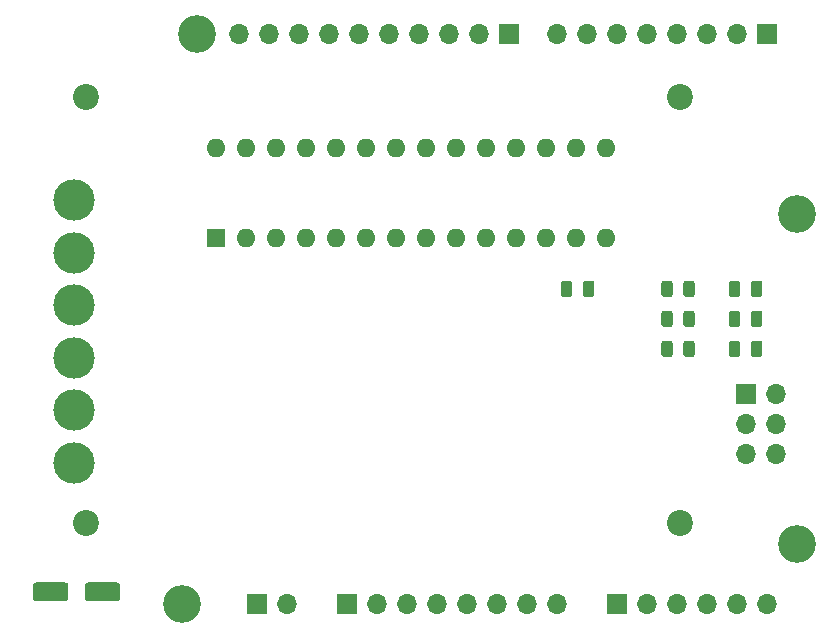
<source format=gbr>
%TF.GenerationSoftware,KiCad,Pcbnew,(5.1.9-0-10_14)*%
%TF.CreationDate,2021-02-13T17:17:21+01:00*%
%TF.ProjectId,Arduino Uno ISP Shield,41726475-696e-46f2-9055-6e6f20495350,rev?*%
%TF.SameCoordinates,Original*%
%TF.FileFunction,Soldermask,Top*%
%TF.FilePolarity,Negative*%
%FSLAX46Y46*%
G04 Gerber Fmt 4.6, Leading zero omitted, Abs format (unit mm)*
G04 Created by KiCad (PCBNEW (5.1.9-0-10_14)) date 2021-02-13 17:17:21*
%MOMM*%
%LPD*%
G01*
G04 APERTURE LIST*
%ADD10O,1.600000X1.600000*%
%ADD11R,1.600000X1.600000*%
%ADD12C,3.500120*%
%ADD13O,1.700000X1.700000*%
%ADD14R,1.700000X1.700000*%
%ADD15C,3.200000*%
%ADD16C,2.200000*%
G04 APERTURE END LIST*
%TO.C,R3*%
G36*
G01*
X158057000Y-98246250D02*
X158057000Y-97333750D01*
G75*
G02*
X158300750Y-97090000I243750J0D01*
G01*
X158788250Y-97090000D01*
G75*
G02*
X159032000Y-97333750I0J-243750D01*
G01*
X159032000Y-98246250D01*
G75*
G02*
X158788250Y-98490000I-243750J0D01*
G01*
X158300750Y-98490000D01*
G75*
G02*
X158057000Y-98246250I0J243750D01*
G01*
G37*
G36*
G01*
X156182000Y-98246250D02*
X156182000Y-97333750D01*
G75*
G02*
X156425750Y-97090000I243750J0D01*
G01*
X156913250Y-97090000D01*
G75*
G02*
X157157000Y-97333750I0J-243750D01*
G01*
X157157000Y-98246250D01*
G75*
G02*
X156913250Y-98490000I-243750J0D01*
G01*
X156425750Y-98490000D01*
G75*
G02*
X156182000Y-98246250I0J243750D01*
G01*
G37*
%TD*%
%TO.C,R2*%
G36*
G01*
X158057000Y-100786250D02*
X158057000Y-99873750D01*
G75*
G02*
X158300750Y-99630000I243750J0D01*
G01*
X158788250Y-99630000D01*
G75*
G02*
X159032000Y-99873750I0J-243750D01*
G01*
X159032000Y-100786250D01*
G75*
G02*
X158788250Y-101030000I-243750J0D01*
G01*
X158300750Y-101030000D01*
G75*
G02*
X158057000Y-100786250I0J243750D01*
G01*
G37*
G36*
G01*
X156182000Y-100786250D02*
X156182000Y-99873750D01*
G75*
G02*
X156425750Y-99630000I243750J0D01*
G01*
X156913250Y-99630000D01*
G75*
G02*
X157157000Y-99873750I0J-243750D01*
G01*
X157157000Y-100786250D01*
G75*
G02*
X156913250Y-101030000I-243750J0D01*
G01*
X156425750Y-101030000D01*
G75*
G02*
X156182000Y-100786250I0J243750D01*
G01*
G37*
%TD*%
%TO.C,R1*%
G36*
G01*
X158057000Y-103326250D02*
X158057000Y-102413750D01*
G75*
G02*
X158300750Y-102170000I243750J0D01*
G01*
X158788250Y-102170000D01*
G75*
G02*
X159032000Y-102413750I0J-243750D01*
G01*
X159032000Y-103326250D01*
G75*
G02*
X158788250Y-103570000I-243750J0D01*
G01*
X158300750Y-103570000D01*
G75*
G02*
X158057000Y-103326250I0J243750D01*
G01*
G37*
G36*
G01*
X156182000Y-103326250D02*
X156182000Y-102413750D01*
G75*
G02*
X156425750Y-102170000I243750J0D01*
G01*
X156913250Y-102170000D01*
G75*
G02*
X157157000Y-102413750I0J-243750D01*
G01*
X157157000Y-103326250D01*
G75*
G02*
X156913250Y-103570000I-243750J0D01*
G01*
X156425750Y-103570000D01*
G75*
G02*
X156182000Y-103326250I0J243750D01*
G01*
G37*
%TD*%
%TO.C,D3*%
G36*
G01*
X162872000Y-97333750D02*
X162872000Y-98246250D01*
G75*
G02*
X162628250Y-98490000I-243750J0D01*
G01*
X162140750Y-98490000D01*
G75*
G02*
X161897000Y-98246250I0J243750D01*
G01*
X161897000Y-97333750D01*
G75*
G02*
X162140750Y-97090000I243750J0D01*
G01*
X162628250Y-97090000D01*
G75*
G02*
X162872000Y-97333750I0J-243750D01*
G01*
G37*
G36*
G01*
X164747000Y-97333750D02*
X164747000Y-98246250D01*
G75*
G02*
X164503250Y-98490000I-243750J0D01*
G01*
X164015750Y-98490000D01*
G75*
G02*
X163772000Y-98246250I0J243750D01*
G01*
X163772000Y-97333750D01*
G75*
G02*
X164015750Y-97090000I243750J0D01*
G01*
X164503250Y-97090000D01*
G75*
G02*
X164747000Y-97333750I0J-243750D01*
G01*
G37*
%TD*%
%TO.C,D2*%
G36*
G01*
X162872000Y-99873750D02*
X162872000Y-100786250D01*
G75*
G02*
X162628250Y-101030000I-243750J0D01*
G01*
X162140750Y-101030000D01*
G75*
G02*
X161897000Y-100786250I0J243750D01*
G01*
X161897000Y-99873750D01*
G75*
G02*
X162140750Y-99630000I243750J0D01*
G01*
X162628250Y-99630000D01*
G75*
G02*
X162872000Y-99873750I0J-243750D01*
G01*
G37*
G36*
G01*
X164747000Y-99873750D02*
X164747000Y-100786250D01*
G75*
G02*
X164503250Y-101030000I-243750J0D01*
G01*
X164015750Y-101030000D01*
G75*
G02*
X163772000Y-100786250I0J243750D01*
G01*
X163772000Y-99873750D01*
G75*
G02*
X164015750Y-99630000I243750J0D01*
G01*
X164503250Y-99630000D01*
G75*
G02*
X164747000Y-99873750I0J-243750D01*
G01*
G37*
%TD*%
%TO.C,D1*%
G36*
G01*
X162872000Y-102413750D02*
X162872000Y-103326250D01*
G75*
G02*
X162628250Y-103570000I-243750J0D01*
G01*
X162140750Y-103570000D01*
G75*
G02*
X161897000Y-103326250I0J243750D01*
G01*
X161897000Y-102413750D01*
G75*
G02*
X162140750Y-102170000I243750J0D01*
G01*
X162628250Y-102170000D01*
G75*
G02*
X162872000Y-102413750I0J-243750D01*
G01*
G37*
G36*
G01*
X164747000Y-102413750D02*
X164747000Y-103326250D01*
G75*
G02*
X164503250Y-103570000I-243750J0D01*
G01*
X164015750Y-103570000D01*
G75*
G02*
X163772000Y-103326250I0J243750D01*
G01*
X163772000Y-102413750D01*
G75*
G02*
X164015750Y-102170000I243750J0D01*
G01*
X164503250Y-102170000D01*
G75*
G02*
X164747000Y-102413750I0J-243750D01*
G01*
G37*
%TD*%
D10*
%TO.C,U1*%
X118491000Y-85852000D03*
X151511000Y-93472000D03*
X121031000Y-85852000D03*
X148971000Y-93472000D03*
X123571000Y-85852000D03*
X146431000Y-93472000D03*
X126111000Y-85852000D03*
X143891000Y-93472000D03*
X128651000Y-85852000D03*
X141351000Y-93472000D03*
X131191000Y-85852000D03*
X138811000Y-93472000D03*
X133731000Y-85852000D03*
X136271000Y-93472000D03*
X136271000Y-85852000D03*
X133731000Y-93472000D03*
X138811000Y-85852000D03*
X131191000Y-93472000D03*
X141351000Y-85852000D03*
X128651000Y-93472000D03*
X143891000Y-85852000D03*
X126111000Y-93472000D03*
X146431000Y-85852000D03*
X123571000Y-93472000D03*
X148971000Y-85852000D03*
X121031000Y-93472000D03*
X151511000Y-85852000D03*
D11*
X118491000Y-93472000D03*
%TD*%
D12*
%TO.C,J10*%
X106426000Y-90297000D03*
%TD*%
%TO.C,J9*%
X106426000Y-94742000D03*
%TD*%
%TO.C,J8*%
X106426000Y-99187000D03*
%TD*%
%TO.C,J7*%
X106426000Y-103632000D03*
%TD*%
%TO.C,J6*%
X106426000Y-108077000D03*
%TD*%
%TO.C,J5*%
X106426000Y-112522000D03*
%TD*%
%TO.C,C2*%
G36*
G01*
X149548000Y-98246250D02*
X149548000Y-97333750D01*
G75*
G02*
X149791750Y-97090000I243750J0D01*
G01*
X150279250Y-97090000D01*
G75*
G02*
X150523000Y-97333750I0J-243750D01*
G01*
X150523000Y-98246250D01*
G75*
G02*
X150279250Y-98490000I-243750J0D01*
G01*
X149791750Y-98490000D01*
G75*
G02*
X149548000Y-98246250I0J243750D01*
G01*
G37*
G36*
G01*
X147673000Y-98246250D02*
X147673000Y-97333750D01*
G75*
G02*
X147916750Y-97090000I243750J0D01*
G01*
X148404250Y-97090000D01*
G75*
G02*
X148648000Y-97333750I0J-243750D01*
G01*
X148648000Y-98246250D01*
G75*
G02*
X148404250Y-98490000I-243750J0D01*
G01*
X147916750Y-98490000D01*
G75*
G02*
X147673000Y-98246250I0J243750D01*
G01*
G37*
%TD*%
D13*
%TO.C,J4*%
X165862000Y-111760000D03*
X163322000Y-111760000D03*
X165862000Y-109220000D03*
X163322000Y-109220000D03*
X165862000Y-106680000D03*
D14*
X163322000Y-106680000D03*
%TD*%
D15*
%TO.C,REF\u002A\u002A*%
X115570000Y-124460000D03*
%TD*%
D13*
%TO.C,J3*%
X124536200Y-124460000D03*
D14*
X121996200Y-124460000D03*
%TD*%
D16*
%TO.C,H4*%
X107442000Y-117602000D03*
%TD*%
%TO.C,H3*%
X107442000Y-81534000D03*
%TD*%
%TO.C,H2*%
X157734000Y-81534000D03*
%TD*%
%TO.C,H1*%
X157734000Y-117602000D03*
%TD*%
%TO.C,C1*%
G36*
G01*
X105980000Y-122894000D02*
X105980000Y-123994000D01*
G75*
G02*
X105730000Y-124244000I-250000J0D01*
G01*
X103230000Y-124244000D01*
G75*
G02*
X102980000Y-123994000I0J250000D01*
G01*
X102980000Y-122894000D01*
G75*
G02*
X103230000Y-122644000I250000J0D01*
G01*
X105730000Y-122644000D01*
G75*
G02*
X105980000Y-122894000I0J-250000D01*
G01*
G37*
G36*
G01*
X110380000Y-122894000D02*
X110380000Y-123994000D01*
G75*
G02*
X110130000Y-124244000I-250000J0D01*
G01*
X107630000Y-124244000D01*
G75*
G02*
X107380000Y-123994000I0J250000D01*
G01*
X107380000Y-122894000D01*
G75*
G02*
X107630000Y-122644000I250000J0D01*
G01*
X110130000Y-122644000D01*
G75*
G02*
X110380000Y-122894000I0J-250000D01*
G01*
G37*
%TD*%
D15*
%TO.C,REF\u002A\u002A*%
X116840000Y-76200000D03*
%TD*%
%TO.C,REF\u002A\u002A*%
X167640000Y-91440000D03*
%TD*%
%TO.C,REF\u002A\u002A*%
X167640000Y-119380000D03*
%TD*%
D13*
%TO.C,J1*%
X147320000Y-124460000D03*
X144780000Y-124460000D03*
X142240000Y-124460000D03*
X139700000Y-124460000D03*
X137160000Y-124460000D03*
X134620000Y-124460000D03*
X132080000Y-124460000D03*
D14*
X129540000Y-124460000D03*
%TD*%
%TO.C,J2*%
X152400000Y-124460000D03*
D13*
X154940000Y-124460000D03*
X157480000Y-124460000D03*
X160020000Y-124460000D03*
X162560000Y-124460000D03*
X165100000Y-124460000D03*
%TD*%
D14*
%TO.C,J34*%
X143256000Y-76200000D03*
D13*
X140716000Y-76200000D03*
X138176000Y-76200000D03*
X135636000Y-76200000D03*
X133096000Y-76200000D03*
X130556000Y-76200000D03*
X128016000Y-76200000D03*
X125476000Y-76200000D03*
X122936000Y-76200000D03*
X120396000Y-76200000D03*
%TD*%
D14*
%TO.C,J35*%
X165100000Y-76200000D03*
D13*
X162560000Y-76200000D03*
X160020000Y-76200000D03*
X157480000Y-76200000D03*
X154940000Y-76200000D03*
X152400000Y-76200000D03*
X149860000Y-76200000D03*
X147320000Y-76200000D03*
%TD*%
M02*

</source>
